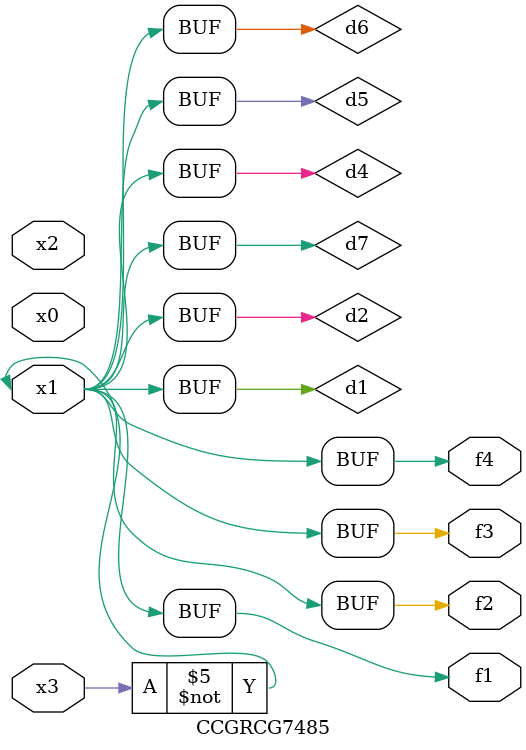
<source format=v>
module CCGRCG7485(
	input x0, x1, x2, x3,
	output f1, f2, f3, f4
);

	wire d1, d2, d3, d4, d5, d6, d7;

	not (d1, x3);
	buf (d2, x1);
	xnor (d3, d1, d2);
	nor (d4, d1);
	buf (d5, d1, d2);
	buf (d6, d4, d5);
	nand (d7, d4);
	assign f1 = d6;
	assign f2 = d7;
	assign f3 = d6;
	assign f4 = d6;
endmodule

</source>
